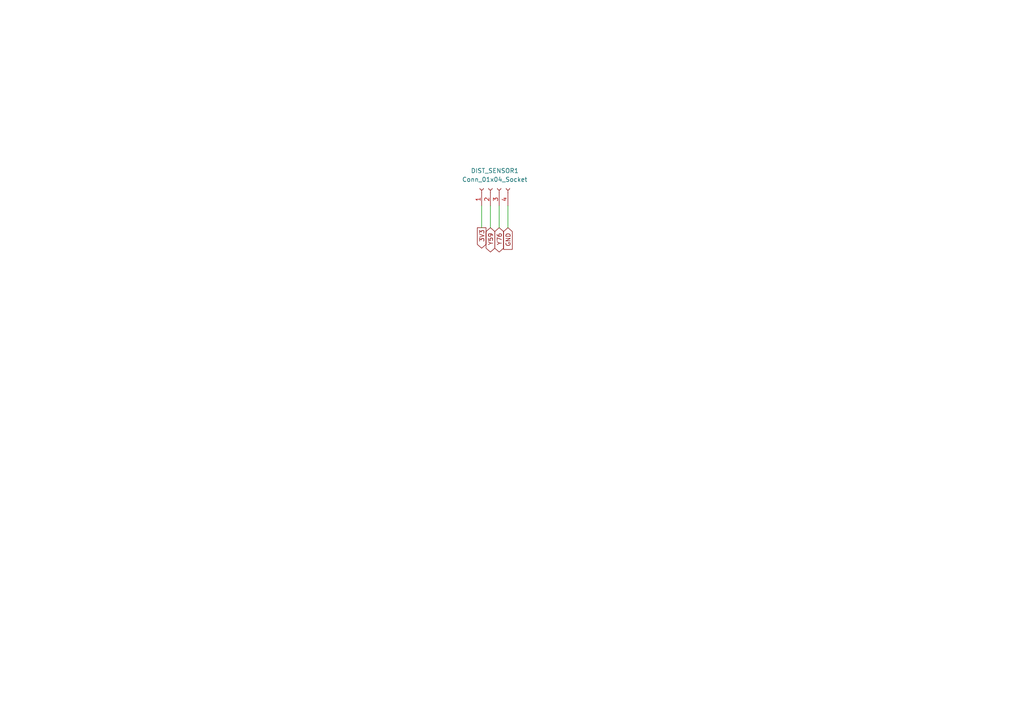
<source format=kicad_sch>
(kicad_sch (version 20231120) (generator "eeschema") (generator_version "8.0")
  (paper "A4")
  (lib_symbols
    (symbol "Connector:Conn_01x04_Socket" (pin_names (offset 1.016) hide)
      (property "Reference" "J" (at 0 5.08 0))
      (property "Value" "Conn_01x04_Socket" (at 0 -7.62 0))
      (symbol "Conn_01x04_Socket_1_1"
        (arc (start 0 -4.572) (mid -0.5058 -5.08) (end 0 -5.588) (stroke (width 0.1524)))
        (arc (start 0 -2.032) (mid -0.5058 -2.54) (end 0 -3.048) (stroke (width 0.1524)))
        (polyline (pts (xy -1.27 -5.08) (xy -0.508 -5.08)) (stroke (width 0.1524)))
        (polyline (pts (xy -1.27 -2.54) (xy -0.508 -2.54)) (stroke (width 0.1524)))
        (polyline (pts (xy -1.27 0) (xy -0.508 0)) (stroke (width 0.1524)))
        (polyline (pts (xy -1.27 2.54) (xy -0.508 2.54)) (stroke (width 0.1524)))
        (arc (start 0 0.508) (mid -0.5058 0) (end 0 -0.508) (stroke (width 0.1524)))
        (arc (start 0 3.048) (mid -0.5058 2.54) (end 0 2.032) (stroke (width 0.1524)))
        (pin passive line (at -5.08 2.54 0) (length 3.81) (name "Pin_1") (number "1"))
        (pin passive line (at -5.08 0 0) (length 3.81) (name "Pin_2") (number "2"))
        (pin passive line (at -5.08 -2.54 0) (length 3.81) (name "Pin_3") (number "3"))
        (pin passive line (at -5.08 -5.08 0) (length 3.81) (name "Pin_4") (number "4"))
      )
    )
  )
  (wire (pts (xy 139.7 59.69) (xy 139.7 66.04)))
  (wire (pts (xy 147.32 59.69) (xy 147.32 66.04)))
  (wire (pts (xy 142.24 59.69) (xy 142.24 66.04)))
  (wire (pts (xy 144.78 59.69) (xy 144.78 66.04)))
  (global_label "Y59" (shape bidirectional) (at 142.24 66.04 270) (property "Intersheetrefs" "${INTERSHEET_REFS}" (effects (hide yes))))
  (global_label "Y76" (shape bidirectional) (at 144.78 66.04 270) (property "Intersheetrefs" "${INTERSHEET_REFS}" (effects (hide yes))))
  (global_label "3V3" (shape output) (at 139.7 66.04 270) (property "Intersheetrefs" "${INTERSHEET_REFS}" (effects (hide yes))))
  (global_label "GND" (shape input) (at 147.32 66.04 270) (property "Intersheetrefs" "${INTERSHEET_REFS}" (effects (hide yes))))
  (symbol (lib_id "Connector:Conn_01x04_Socket") (at 142.24 54.61 90) (unit 1)
    (property "Reference" "DIST_SENSOR1" (at 143.51 49.53 90))
    (property "Value" "Conn_01x04_Socket" (at 143.51 52.07 90))
    (property "Footprint" "Connector_PinSocket_2.54mm:PinSocket_1x04_P2.54mm_Vertical_SMD_Pin1Left" (effects (hide yes)))
    (property "Description" "Generic connector, single row, 01x04, script generated" (effects (hide yes)))
  )
)
</source>
